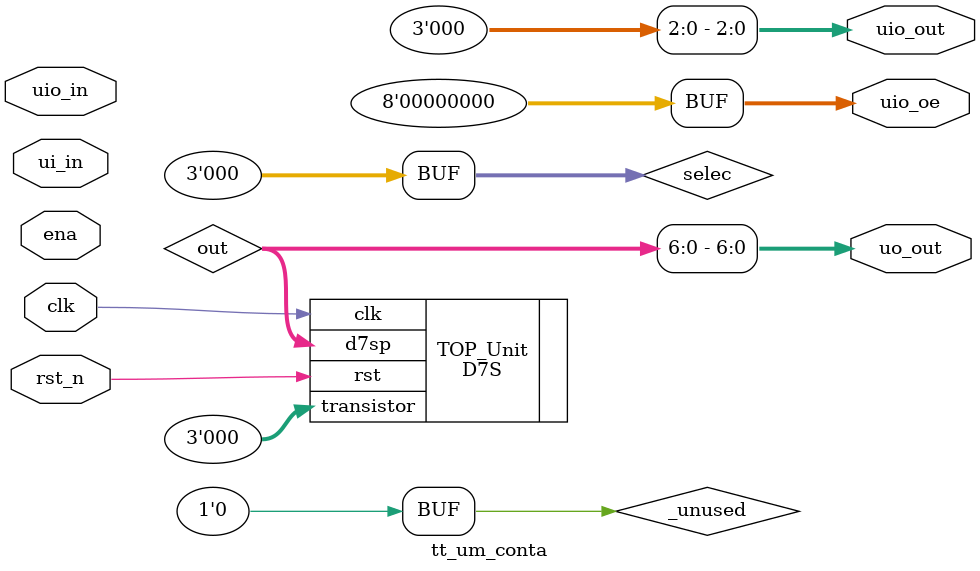
<source format=v>
/*
 * Copyright (c) 2024 David Chong Luna
 * SPDX-License-Identifier: Apache-2.0
 * `default_nettype none
 * module tt_um_example (
 *     input  wire [7:0] ui_in,    // Dedicated inputs
 *     output wire [7:0] uo_out,   // Dedicated outputs
 *     input  wire [7:0] uio_in,   // IOs: Input path
 *     output wire [7:0] uio_out,  // IOs: Output path
 *     output wire [7:0] uio_oe,   // IOs: Enable path (active high: 0=input, 1=output)
 *     input  wire       ena,      // always 1 when the design is powered, so you can ignore it
 *     input  wire       clk,      // clock
 *     input  wire       rst_n     // reset_n - low to reset
 * );
 *
 *   // All output pins must be assigned. If not used, assign to 0.
 *   assign uo_out  = ui_in + uio_in;  // Example: uo_out is the sum of ui_in and uio_in
 *   assign uio_out = 0;
 *   assign uio_oe  = 0;
 *
 *   // List all unused inputs to prevent warnings
 *   wire _unused = &{ena, clk, rst_n, 1'b0};
 *
 * endmodule 
*/

`default_nettype none

module tt_um_conta (
    input  wire [7:0] ui_in,    // Dedicated inputs
    output wire [7:0] uo_out,   // Dedicated outputs
    input  wire [7:0] uio_in,   // IOs: Input path
    output wire [7:0] uio_out,  // IOs: Output path
    output wire [7:0] uio_oe,   // IOs: Enable path (active high: 0=input, 1=output)
    input  wire       ena,      // always 1 when the design is powered, so you can ignore it
    input  wire       clk,      // clock
    input  wire       rst_n     // reset_n - low to reset
);

    
  // All output pins must be assigned. If not used, assign to 0.
  // assign uo_out  = ui_in + uio_in;  // Example: ou_out is the sum of ui_in and uio_in
    assign uio_out [2:0] = 3'b000;
  assign uio_oe  = 0;

    wire [6:0] out;
    wire [2:0] selec;

    assign uo_out[6:0] = out;
    assign uio_out[2:0] = selec;

    D7S TOP_Unit(
        .clk(clk),
        .rst(rst_n),
        .transistor(selec),
        .d7sp(out)
        
    );

  // List all unused inputs to prevent warnings
  wire _unused = &{ena, clk, rst_n, 1'b0};

endmodule

</source>
